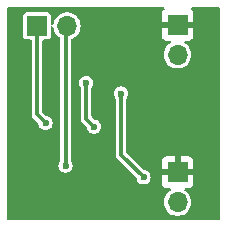
<source format=gbr>
%TF.GenerationSoftware,KiCad,Pcbnew,8.0.1*%
%TF.CreationDate,2024-05-12T21:11:42+05:30*%
%TF.ProjectId,PBSEQ-D2,50425345-512d-4443-922e-6b696361645f,0.1*%
%TF.SameCoordinates,Original*%
%TF.FileFunction,Copper,L2,Bot*%
%TF.FilePolarity,Positive*%
%FSLAX46Y46*%
G04 Gerber Fmt 4.6, Leading zero omitted, Abs format (unit mm)*
G04 Created by KiCad (PCBNEW 8.0.1) date 2024-05-12 21:11:42*
%MOMM*%
%LPD*%
G01*
G04 APERTURE LIST*
%TA.AperFunction,ComponentPad*%
%ADD10R,1.700000X1.700000*%
%TD*%
%TA.AperFunction,ComponentPad*%
%ADD11O,1.700000X1.700000*%
%TD*%
%TA.AperFunction,ViaPad*%
%ADD12C,0.600000*%
%TD*%
%TA.AperFunction,Conductor*%
%ADD13C,0.300000*%
%TD*%
G04 APERTURE END LIST*
D10*
%TO.P,J3,1,Pin_1*%
%TO.N,Net-(J3-Pin_1)*%
X133077500Y-93370000D03*
D11*
%TO.P,J3,2,Pin_2*%
%TO.N,Net-(J3-Pin_2)*%
X135617500Y-93370000D03*
%TD*%
D10*
%TO.P,J1,1,Pin_1*%
%TO.N,GND*%
X144980000Y-93270000D03*
D11*
%TO.P,J1,2,Pin_2*%
%TO.N,VCC*%
X144980000Y-95810000D03*
%TD*%
D10*
%TO.P,J2,1,Pin_1*%
%TO.N,GND*%
X144980000Y-105770000D03*
D11*
%TO.P,J2,2,Pin_2*%
%TO.N,OUTPUT*%
X144980000Y-108310000D03*
%TD*%
D12*
%TO.N,Net-(Q1-G)*%
X137242500Y-98200000D03*
X137900000Y-101900000D03*
%TO.N,GND*%
X147600000Y-98200000D03*
X143200000Y-97000000D03*
X132600000Y-105200000D03*
X142000000Y-104600000D03*
X140200000Y-97800000D03*
X141800000Y-92800000D03*
X136800000Y-105800000D03*
X136600000Y-96000000D03*
X141800000Y-108000000D03*
X146800000Y-100800000D03*
%TO.N,Net-(J3-Pin_2)*%
X135500000Y-105200000D03*
%TO.N,OUTPUT*%
X140200000Y-99100000D03*
X142100000Y-106200000D03*
%TO.N,Net-(J3-Pin_1)*%
X133800000Y-101600000D03*
%TD*%
D13*
%TO.N,Net-(Q1-G)*%
X137242500Y-98200000D02*
X137242500Y-101242500D01*
X137242500Y-101242500D02*
X137900000Y-101900000D01*
%TO.N,Net-(J3-Pin_2)*%
X135500000Y-105200000D02*
X135500000Y-93487500D01*
X135500000Y-93487500D02*
X135617500Y-93370000D01*
%TO.N,OUTPUT*%
X140200000Y-104300000D02*
X142100000Y-106200000D01*
X140200000Y-99100000D02*
X140200000Y-104300000D01*
%TO.N,Net-(J3-Pin_1)*%
X133800000Y-101600000D02*
X133077500Y-100877500D01*
X133077500Y-100877500D02*
X133077500Y-93370000D01*
%TD*%
%TA.AperFunction,Conductor*%
%TO.N,GND*%
G36*
X143824375Y-91815185D02*
G01*
X143870130Y-91867989D01*
X143880074Y-91937147D01*
X143851049Y-92000703D01*
X143831647Y-92018767D01*
X143772809Y-92062813D01*
X143686649Y-92177906D01*
X143686645Y-92177913D01*
X143636403Y-92312620D01*
X143636401Y-92312627D01*
X143630000Y-92372155D01*
X143630000Y-93020000D01*
X144546988Y-93020000D01*
X144514075Y-93077007D01*
X144480000Y-93204174D01*
X144480000Y-93335826D01*
X144514075Y-93462993D01*
X144546988Y-93520000D01*
X143630000Y-93520000D01*
X143630000Y-94167844D01*
X143636401Y-94227372D01*
X143636403Y-94227379D01*
X143686645Y-94362086D01*
X143686649Y-94362093D01*
X143772809Y-94477187D01*
X143772812Y-94477190D01*
X143887906Y-94563350D01*
X143887913Y-94563354D01*
X144022620Y-94613596D01*
X144022627Y-94613598D01*
X144082155Y-94619999D01*
X144082172Y-94620000D01*
X144280634Y-94620000D01*
X144347673Y-94639685D01*
X144393428Y-94692489D01*
X144403372Y-94761647D01*
X144374347Y-94825203D01*
X144345911Y-94849427D01*
X144283701Y-94887945D01*
X144126127Y-95031593D01*
X143997632Y-95201746D01*
X143902596Y-95392605D01*
X143902596Y-95392607D01*
X143844244Y-95597689D01*
X143824571Y-95809999D01*
X143824571Y-95810000D01*
X143844244Y-96022310D01*
X143902596Y-96227392D01*
X143902596Y-96227394D01*
X143997632Y-96418253D01*
X143997634Y-96418255D01*
X144126128Y-96588407D01*
X144283698Y-96732052D01*
X144464981Y-96844298D01*
X144663802Y-96921321D01*
X144873390Y-96960500D01*
X144873392Y-96960500D01*
X145086608Y-96960500D01*
X145086610Y-96960500D01*
X145296198Y-96921321D01*
X145495019Y-96844298D01*
X145676302Y-96732052D01*
X145833872Y-96588407D01*
X145962366Y-96418255D01*
X146057405Y-96227389D01*
X146115756Y-96022310D01*
X146135429Y-95810000D01*
X146115756Y-95597690D01*
X146057405Y-95392611D01*
X146057403Y-95392606D01*
X146057403Y-95392605D01*
X145962367Y-95201746D01*
X145833872Y-95031593D01*
X145676302Y-94887948D01*
X145676299Y-94887946D01*
X145676298Y-94887945D01*
X145614089Y-94849427D01*
X145567453Y-94797399D01*
X145556349Y-94728418D01*
X145584302Y-94664383D01*
X145642437Y-94625627D01*
X145679366Y-94620000D01*
X145877828Y-94620000D01*
X145877844Y-94619999D01*
X145937372Y-94613598D01*
X145937379Y-94613596D01*
X146072086Y-94563354D01*
X146072093Y-94563350D01*
X146187187Y-94477190D01*
X146187190Y-94477187D01*
X146273350Y-94362093D01*
X146273354Y-94362086D01*
X146323596Y-94227379D01*
X146323598Y-94227372D01*
X146329999Y-94167844D01*
X146330000Y-94167827D01*
X146330000Y-93520000D01*
X145413012Y-93520000D01*
X145445925Y-93462993D01*
X145480000Y-93335826D01*
X145480000Y-93204174D01*
X145445925Y-93077007D01*
X145413012Y-93020000D01*
X146330000Y-93020000D01*
X146330000Y-92372172D01*
X146329999Y-92372155D01*
X146323598Y-92312627D01*
X146323596Y-92312620D01*
X146273354Y-92177913D01*
X146273350Y-92177906D01*
X146187190Y-92062813D01*
X146128353Y-92018767D01*
X146086482Y-91962833D01*
X146081498Y-91893141D01*
X146114983Y-91831818D01*
X146176307Y-91798334D01*
X146202664Y-91795500D01*
X148430500Y-91795500D01*
X148497539Y-91815185D01*
X148543294Y-91867989D01*
X148554500Y-91919500D01*
X148554500Y-109670500D01*
X148534815Y-109737539D01*
X148482011Y-109783294D01*
X148430500Y-109794500D01*
X130679500Y-109794500D01*
X130612461Y-109774815D01*
X130566706Y-109722011D01*
X130555500Y-109670500D01*
X130555500Y-94264856D01*
X131927000Y-94264856D01*
X131927002Y-94264882D01*
X131929913Y-94289987D01*
X131929915Y-94289991D01*
X131975293Y-94392764D01*
X131975294Y-94392765D01*
X132054735Y-94472206D01*
X132157509Y-94517585D01*
X132182635Y-94520500D01*
X132503000Y-94520499D01*
X132570039Y-94540183D01*
X132615794Y-94592987D01*
X132627000Y-94644499D01*
X132627000Y-100936809D01*
X132642410Y-100994320D01*
X132657699Y-101051384D01*
X132657701Y-101051387D01*
X132717011Y-101154114D01*
X132717013Y-101154116D01*
X133169317Y-101606420D01*
X133202802Y-101667743D01*
X133204575Y-101677915D01*
X133214955Y-101756761D01*
X133275463Y-101902839D01*
X133275464Y-101902841D01*
X133371718Y-102028282D01*
X133497159Y-102124536D01*
X133643238Y-102185044D01*
X133721619Y-102195363D01*
X133799999Y-102205682D01*
X133800000Y-102205682D01*
X133800001Y-102205682D01*
X133852254Y-102198802D01*
X133956762Y-102185044D01*
X134102841Y-102124536D01*
X134228282Y-102028282D01*
X134324536Y-101902841D01*
X134385044Y-101756762D01*
X134405682Y-101600000D01*
X134395033Y-101519116D01*
X134385044Y-101443239D01*
X134385044Y-101443238D01*
X134324536Y-101297159D01*
X134228282Y-101171718D01*
X134102841Y-101075464D01*
X134102839Y-101075463D01*
X133956761Y-101014955D01*
X133877915Y-101004575D01*
X133814018Y-100976308D01*
X133806420Y-100969317D01*
X133564319Y-100727216D01*
X133530834Y-100665893D01*
X133528000Y-100639535D01*
X133528000Y-94644499D01*
X133547685Y-94577460D01*
X133600489Y-94531705D01*
X133652000Y-94520499D01*
X133972356Y-94520499D01*
X133972364Y-94520499D01*
X133972379Y-94520497D01*
X133972382Y-94520497D01*
X133997487Y-94517586D01*
X133997488Y-94517585D01*
X133997491Y-94517585D01*
X134100265Y-94472206D01*
X134179706Y-94392765D01*
X134225085Y-94289991D01*
X134228000Y-94264865D01*
X134227999Y-93526046D01*
X134247683Y-93459009D01*
X134300487Y-93413254D01*
X134369646Y-93403310D01*
X134433202Y-93432335D01*
X134470976Y-93491113D01*
X134475470Y-93514606D01*
X134481744Y-93582310D01*
X134540096Y-93787392D01*
X134540096Y-93787394D01*
X134635132Y-93978253D01*
X134635134Y-93978255D01*
X134763628Y-94148407D01*
X134921198Y-94292052D01*
X134990779Y-94335135D01*
X135037413Y-94387160D01*
X135049500Y-94440560D01*
X135049500Y-104758580D01*
X135029815Y-104825619D01*
X135023876Y-104834066D01*
X134975464Y-104897157D01*
X134914956Y-105043237D01*
X134914955Y-105043239D01*
X134894318Y-105199998D01*
X134894318Y-105200001D01*
X134914955Y-105356760D01*
X134914956Y-105356762D01*
X134975464Y-105502841D01*
X135071718Y-105628282D01*
X135197159Y-105724536D01*
X135343238Y-105785044D01*
X135421619Y-105795363D01*
X135499999Y-105805682D01*
X135500000Y-105805682D01*
X135500001Y-105805682D01*
X135552254Y-105798802D01*
X135656762Y-105785044D01*
X135802841Y-105724536D01*
X135928282Y-105628282D01*
X136024536Y-105502841D01*
X136085044Y-105356762D01*
X136105682Y-105200000D01*
X136085044Y-105043238D01*
X136024536Y-104897159D01*
X136024535Y-104897158D01*
X136024535Y-104897157D01*
X135976124Y-104834066D01*
X135950930Y-104768896D01*
X135950500Y-104758580D01*
X135950500Y-98200001D01*
X136636818Y-98200001D01*
X136657455Y-98356760D01*
X136657457Y-98356765D01*
X136717961Y-98502836D01*
X136717964Y-98502841D01*
X136766376Y-98565933D01*
X136791570Y-98631102D01*
X136792000Y-98641419D01*
X136792000Y-101301809D01*
X136805968Y-101353937D01*
X136822701Y-101416387D01*
X136882011Y-101519114D01*
X136882013Y-101519116D01*
X137269317Y-101906420D01*
X137302802Y-101967743D01*
X137304575Y-101977915D01*
X137314955Y-102056761D01*
X137343029Y-102124536D01*
X137375464Y-102202841D01*
X137471718Y-102328282D01*
X137597159Y-102424536D01*
X137743238Y-102485044D01*
X137821619Y-102495363D01*
X137899999Y-102505682D01*
X137900000Y-102505682D01*
X137900001Y-102505682D01*
X137952254Y-102498802D01*
X138056762Y-102485044D01*
X138202841Y-102424536D01*
X138328282Y-102328282D01*
X138424536Y-102202841D01*
X138485044Y-102056762D01*
X138505682Y-101900000D01*
X138485044Y-101743238D01*
X138424536Y-101597159D01*
X138328282Y-101471718D01*
X138202841Y-101375464D01*
X138202839Y-101375463D01*
X138056761Y-101314955D01*
X137977915Y-101304575D01*
X137914018Y-101276308D01*
X137906420Y-101269317D01*
X137729319Y-101092216D01*
X137695834Y-101030893D01*
X137693000Y-101004535D01*
X137693000Y-99100001D01*
X139594318Y-99100001D01*
X139614955Y-99256760D01*
X139614957Y-99256765D01*
X139675461Y-99402836D01*
X139675464Y-99402841D01*
X139723876Y-99465933D01*
X139749070Y-99531102D01*
X139749500Y-99541419D01*
X139749500Y-104359308D01*
X139773712Y-104449672D01*
X139780200Y-104473885D01*
X139780200Y-104473886D01*
X139805267Y-104517303D01*
X139839511Y-104576614D01*
X139839513Y-104576616D01*
X141469317Y-106206421D01*
X141502802Y-106267744D01*
X141504575Y-106277916D01*
X141514955Y-106356761D01*
X141575463Y-106502839D01*
X141575464Y-106502841D01*
X141671718Y-106628282D01*
X141797159Y-106724536D01*
X141943238Y-106785044D01*
X142021619Y-106795363D01*
X142099999Y-106805682D01*
X142100000Y-106805682D01*
X142100001Y-106805682D01*
X142152254Y-106798802D01*
X142256762Y-106785044D01*
X142402841Y-106724536D01*
X142476724Y-106667844D01*
X143630000Y-106667844D01*
X143636401Y-106727372D01*
X143636403Y-106727379D01*
X143686645Y-106862086D01*
X143686649Y-106862093D01*
X143772809Y-106977187D01*
X143772812Y-106977190D01*
X143887906Y-107063350D01*
X143887913Y-107063354D01*
X144022620Y-107113596D01*
X144022627Y-107113598D01*
X144082155Y-107119999D01*
X144082172Y-107120000D01*
X144280634Y-107120000D01*
X144347673Y-107139685D01*
X144393428Y-107192489D01*
X144403372Y-107261647D01*
X144374347Y-107325203D01*
X144345911Y-107349427D01*
X144283701Y-107387945D01*
X144126127Y-107531593D01*
X143997632Y-107701746D01*
X143902596Y-107892605D01*
X143902596Y-107892607D01*
X143844244Y-108097689D01*
X143824571Y-108309999D01*
X143824571Y-108310000D01*
X143844244Y-108522310D01*
X143902596Y-108727392D01*
X143902596Y-108727394D01*
X143997632Y-108918253D01*
X143997634Y-108918255D01*
X144126128Y-109088407D01*
X144283698Y-109232052D01*
X144464981Y-109344298D01*
X144663802Y-109421321D01*
X144873390Y-109460500D01*
X144873392Y-109460500D01*
X145086608Y-109460500D01*
X145086610Y-109460500D01*
X145296198Y-109421321D01*
X145495019Y-109344298D01*
X145676302Y-109232052D01*
X145833872Y-109088407D01*
X145962366Y-108918255D01*
X146057405Y-108727389D01*
X146115756Y-108522310D01*
X146135429Y-108310000D01*
X146115756Y-108097690D01*
X146057405Y-107892611D01*
X146057403Y-107892606D01*
X146057403Y-107892605D01*
X145962367Y-107701746D01*
X145833872Y-107531593D01*
X145676302Y-107387948D01*
X145676299Y-107387946D01*
X145676298Y-107387945D01*
X145614089Y-107349427D01*
X145567453Y-107297399D01*
X145556349Y-107228418D01*
X145584302Y-107164383D01*
X145642437Y-107125627D01*
X145679366Y-107120000D01*
X145877828Y-107120000D01*
X145877844Y-107119999D01*
X145937372Y-107113598D01*
X145937379Y-107113596D01*
X146072086Y-107063354D01*
X146072093Y-107063350D01*
X146187187Y-106977190D01*
X146187190Y-106977187D01*
X146273350Y-106862093D01*
X146273354Y-106862086D01*
X146323596Y-106727379D01*
X146323598Y-106727372D01*
X146329999Y-106667844D01*
X146330000Y-106667827D01*
X146330000Y-106020000D01*
X145413012Y-106020000D01*
X145445925Y-105962993D01*
X145480000Y-105835826D01*
X145480000Y-105704174D01*
X145445925Y-105577007D01*
X145413012Y-105520000D01*
X146330000Y-105520000D01*
X146330000Y-104872172D01*
X146329999Y-104872155D01*
X146323598Y-104812627D01*
X146323596Y-104812620D01*
X146273354Y-104677913D01*
X146273350Y-104677906D01*
X146187190Y-104562812D01*
X146187187Y-104562809D01*
X146072093Y-104476649D01*
X146072086Y-104476645D01*
X145937379Y-104426403D01*
X145937372Y-104426401D01*
X145877844Y-104420000D01*
X145230000Y-104420000D01*
X145230000Y-105336988D01*
X145172993Y-105304075D01*
X145045826Y-105270000D01*
X144914174Y-105270000D01*
X144787007Y-105304075D01*
X144730000Y-105336988D01*
X144730000Y-104420000D01*
X144082155Y-104420000D01*
X144022627Y-104426401D01*
X144022620Y-104426403D01*
X143887913Y-104476645D01*
X143887906Y-104476649D01*
X143772812Y-104562809D01*
X143772809Y-104562812D01*
X143686649Y-104677906D01*
X143686645Y-104677913D01*
X143636403Y-104812620D01*
X143636401Y-104812627D01*
X143630000Y-104872155D01*
X143630000Y-105520000D01*
X144546988Y-105520000D01*
X144514075Y-105577007D01*
X144480000Y-105704174D01*
X144480000Y-105835826D01*
X144514075Y-105962993D01*
X144546988Y-106020000D01*
X143630000Y-106020000D01*
X143630000Y-106667844D01*
X142476724Y-106667844D01*
X142528282Y-106628282D01*
X142624536Y-106502841D01*
X142685044Y-106356762D01*
X142705682Y-106200000D01*
X142701745Y-106170099D01*
X142685044Y-106043239D01*
X142685044Y-106043238D01*
X142624536Y-105897159D01*
X142528282Y-105771718D01*
X142402841Y-105675464D01*
X142402839Y-105675463D01*
X142256761Y-105614955D01*
X142177916Y-105604575D01*
X142114019Y-105576308D01*
X142106421Y-105569317D01*
X140686819Y-104149715D01*
X140653334Y-104088392D01*
X140650500Y-104062034D01*
X140650500Y-99541419D01*
X140670185Y-99474380D01*
X140676124Y-99465933D01*
X140692092Y-99445121D01*
X140724536Y-99402841D01*
X140785044Y-99256762D01*
X140805682Y-99100000D01*
X140785044Y-98943238D01*
X140724536Y-98797159D01*
X140628282Y-98671718D01*
X140502841Y-98575464D01*
X140479831Y-98565933D01*
X140356762Y-98514956D01*
X140356760Y-98514955D01*
X140200001Y-98494318D01*
X140199999Y-98494318D01*
X140043239Y-98514955D01*
X140043237Y-98514956D01*
X139897160Y-98575463D01*
X139771718Y-98671718D01*
X139675463Y-98797160D01*
X139614956Y-98943237D01*
X139614955Y-98943239D01*
X139594318Y-99099998D01*
X139594318Y-99100001D01*
X137693000Y-99100001D01*
X137693000Y-98641419D01*
X137712685Y-98574380D01*
X137718624Y-98565933D01*
X137734592Y-98545121D01*
X137767036Y-98502841D01*
X137827544Y-98356762D01*
X137848182Y-98200000D01*
X137827544Y-98043238D01*
X137767036Y-97897159D01*
X137670782Y-97771718D01*
X137545341Y-97675464D01*
X137399262Y-97614956D01*
X137399260Y-97614955D01*
X137242501Y-97594318D01*
X137242499Y-97594318D01*
X137085739Y-97614955D01*
X137085737Y-97614956D01*
X136939660Y-97675463D01*
X136814218Y-97771718D01*
X136717963Y-97897160D01*
X136657456Y-98043237D01*
X136657455Y-98043239D01*
X136636818Y-98199998D01*
X136636818Y-98200001D01*
X135950500Y-98200001D01*
X135950500Y-94559753D01*
X135970185Y-94492714D01*
X136022989Y-94446959D01*
X136029698Y-94444130D01*
X136132519Y-94404298D01*
X136313802Y-94292052D01*
X136471372Y-94148407D01*
X136599866Y-93978255D01*
X136694905Y-93787389D01*
X136753256Y-93582310D01*
X136772929Y-93370000D01*
X136753256Y-93157690D01*
X136694905Y-92952611D01*
X136694903Y-92952606D01*
X136694903Y-92952605D01*
X136599867Y-92761746D01*
X136471372Y-92591593D01*
X136343633Y-92475143D01*
X136313802Y-92447948D01*
X136132519Y-92335702D01*
X136132517Y-92335701D01*
X136033108Y-92297190D01*
X135933698Y-92258679D01*
X135724110Y-92219500D01*
X135510890Y-92219500D01*
X135301302Y-92258679D01*
X135301299Y-92258679D01*
X135301299Y-92258680D01*
X135102482Y-92335701D01*
X135102480Y-92335702D01*
X134921199Y-92447947D01*
X134763627Y-92591593D01*
X134635132Y-92761746D01*
X134540096Y-92952605D01*
X134540096Y-92952607D01*
X134481744Y-93157689D01*
X134475470Y-93225394D01*
X134449683Y-93290331D01*
X134392883Y-93331018D01*
X134323102Y-93334538D01*
X134262495Y-93299772D01*
X134230306Y-93237759D01*
X134227999Y-93213952D01*
X134227999Y-92475143D01*
X134227999Y-92475136D01*
X134227997Y-92475117D01*
X134225086Y-92450012D01*
X134225085Y-92450010D01*
X134225085Y-92450009D01*
X134179706Y-92347235D01*
X134100265Y-92267794D01*
X134079624Y-92258680D01*
X133997492Y-92222415D01*
X133972365Y-92219500D01*
X132182643Y-92219500D01*
X132182617Y-92219502D01*
X132157512Y-92222413D01*
X132157508Y-92222415D01*
X132054735Y-92267793D01*
X131975294Y-92347234D01*
X131929915Y-92450006D01*
X131929915Y-92450008D01*
X131927000Y-92475131D01*
X131927000Y-94264856D01*
X130555500Y-94264856D01*
X130555500Y-91919500D01*
X130575185Y-91852461D01*
X130627989Y-91806706D01*
X130679500Y-91795500D01*
X143757336Y-91795500D01*
X143824375Y-91815185D01*
G37*
%TD.AperFunction*%
%TD*%
M02*

</source>
